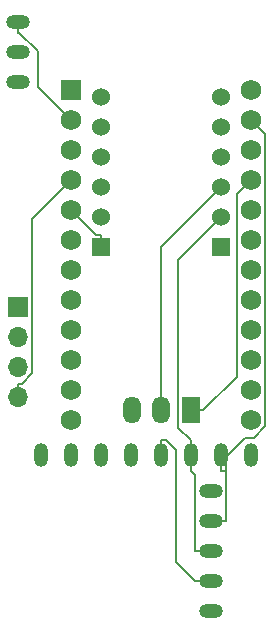
<source format=gbr>
%TF.GenerationSoftware,KiCad,Pcbnew,8.0.6*%
%TF.CreationDate,2025-05-20T21:52:46-05:00*%
%TF.ProjectId,HatRatV2,48617452-6174-4563-922e-6b696361645f,rev?*%
%TF.SameCoordinates,Original*%
%TF.FileFunction,Copper,L1,Top*%
%TF.FilePolarity,Positive*%
%FSLAX46Y46*%
G04 Gerber Fmt 4.6, Leading zero omitted, Abs format (unit mm)*
G04 Created by KiCad (PCBNEW 8.0.6) date 2025-05-20 21:52:46*
%MOMM*%
%LPD*%
G01*
G04 APERTURE LIST*
%TA.AperFunction,ComponentPad*%
%ADD10O,2.000000X1.200000*%
%TD*%
%TA.AperFunction,ComponentPad*%
%ADD11O,1.200000X2.000000*%
%TD*%
%TA.AperFunction,ComponentPad*%
%ADD12R,1.752600X1.752600*%
%TD*%
%TA.AperFunction,ComponentPad*%
%ADD13C,1.752600*%
%TD*%
%TA.AperFunction,ComponentPad*%
%ADD14C,1.524000*%
%TD*%
%TA.AperFunction,ComponentPad*%
%ADD15R,1.524000X1.524000*%
%TD*%
%TA.AperFunction,ComponentPad*%
%ADD16R,1.500000X2.300000*%
%TD*%
%TA.AperFunction,ComponentPad*%
%ADD17O,1.500000X2.300000*%
%TD*%
%TA.AperFunction,ComponentPad*%
%ADD18R,1.700000X1.700000*%
%TD*%
%TA.AperFunction,ComponentPad*%
%ADD19O,1.700000X1.700000*%
%TD*%
%TA.AperFunction,Conductor*%
%ADD20C,0.200000*%
%TD*%
G04 APERTURE END LIST*
D10*
%TO.P,SW1,1,A*%
%TO.N,Net-(SW1-A)*%
X200660000Y-36830000D03*
%TO.P,SW1,2,B*%
%TO.N,Net-(MPU1-GND)*%
X200660000Y-34290000D03*
%TO.P,SW1,3,C*%
%TO.N,Net-(SW1-C)*%
X200660000Y-31750000D03*
%TD*%
D11*
%TO.P,MPU1,1,VCC*%
%TO.N,Net-(MPU1-VCC)*%
X220345000Y-68430000D03*
%TO.P,MPU1,2,GND*%
%TO.N,Net-(MPU1-GND)*%
X217805000Y-68430000D03*
%TO.P,MPU1,3,SCL*%
%TO.N,Net-(MPU1-SCL)*%
X215265000Y-68430000D03*
%TO.P,MPU1,4,SDA*%
%TO.N,Net-(MPU1-SDA)*%
X212725000Y-68430000D03*
%TO.P,MPU1,5,XDA*%
%TO.N,unconnected-(MPU1-XDA-Pad5)*%
X210185000Y-68430000D03*
%TO.P,MPU1,6,XCL*%
%TO.N,unconnected-(MPU1-XCL-Pad6)*%
X207645000Y-68430000D03*
%TO.P,MPU1,7,AD0*%
%TO.N,unconnected-(MPU1-AD0-Pad7)*%
X205105000Y-68430000D03*
%TO.P,MPU1,8,INT*%
%TO.N,unconnected-(MPU1-INT-Pad8)*%
X202565000Y-68430000D03*
%TD*%
D10*
%TO.P,QMC5883L1,1,VCC*%
%TO.N,Net-(MPU1-VCC)*%
X216955000Y-71425000D03*
%TO.P,QMC5883L1,2,GND*%
%TO.N,Net-(MPU1-GND)*%
X216955000Y-73965000D03*
%TO.P,QMC5883L1,3,SCL*%
%TO.N,Net-(MPU1-SCL)*%
X216955000Y-76505000D03*
%TO.P,QMC5883L1,4,SDA*%
%TO.N,Net-(MPU1-SDA)*%
X216955000Y-79045000D03*
%TO.P,QMC5883L1,5,DRDY*%
%TO.N,unconnected-(QMC5883L1-DRDY-Pad5)*%
X216955000Y-81585000D03*
%TD*%
D12*
%TO.P,U1,1,TX*%
%TO.N,Net-(SW1-A)*%
X205105000Y-37465000D03*
D13*
%TO.P,U1,2,RX*%
%TO.N,Net-(SW1-C)*%
X205105000Y-40005000D03*
%TO.P,U1,3,GND*%
%TO.N,Net-(U1-GND-Pad3)*%
X205105000Y-42545000D03*
%TO.P,U1,4,GND*%
%TO.N,Net-(J1-Pin_4)*%
X205105000Y-45085000D03*
%TO.P,U1,5,SDA*%
%TO.N,Net-(U1-SDA)*%
X205105000Y-47625000D03*
%TO.P,U1,6,SCL*%
%TO.N,Net-(U1-SCL)*%
X205105000Y-50165000D03*
%TO.P,U1,7,D4*%
%TO.N,Net-(J1-Pin_3)*%
X205105000Y-52705000D03*
%TO.P,U1,8,D5*%
%TO.N,unconnected-(U1-D5-Pad8)*%
X205105000Y-55245000D03*
%TO.P,U1,9,D6*%
%TO.N,unconnected-(U1-D6-Pad9)*%
X205105000Y-57785000D03*
%TO.P,U1,10,D7*%
%TO.N,unconnected-(U1-D7-Pad10)*%
X205105000Y-60325000D03*
%TO.P,U1,11,D8*%
%TO.N,unconnected-(U1-D8-Pad11)*%
X205105000Y-62865000D03*
%TO.P,U1,12,D9*%
%TO.N,Net-(J1-Pin_2)*%
X205105000Y-65405000D03*
%TO.P,U1,13,10*%
%TO.N,unconnected-(U1-10-Pad13)*%
X220345000Y-65405000D03*
%TO.P,U1,14,16*%
%TO.N,unconnected-(U1-16-Pad14)*%
X220345000Y-62865000D03*
%TO.P,U1,15,14*%
%TO.N,unconnected-(U1-14-Pad15)*%
X220345000Y-60325000D03*
%TO.P,U1,16,15*%
%TO.N,unconnected-(U1-15-Pad16)*%
X220345000Y-57785000D03*
%TO.P,U1,17,A0*%
%TO.N,unconnected-(U1-A0-Pad17)*%
X220345000Y-55245000D03*
%TO.P,U1,18,A1*%
%TO.N,unconnected-(U1-A1-Pad18)*%
X220345000Y-52705000D03*
%TO.P,U1,19,A2*%
%TO.N,unconnected-(U1-A2-Pad19)*%
X220345000Y-50165000D03*
%TO.P,U1,20,A3*%
%TO.N,unconnected-(U1-A3-Pad20)*%
X220345000Y-47625000D03*
%TO.P,U1,21,VCC*%
%TO.N,Net-(J1-Pin_1)*%
X220345000Y-45085000D03*
%TO.P,U1,22,RST*%
%TO.N,unconnected-(U1-RST-Pad22)*%
X220345000Y-42545000D03*
%TO.P,U1,23,GND*%
%TO.N,Net-(MPU1-GND)*%
X220345000Y-40005000D03*
%TO.P,U1,24,RAW*%
%TO.N,unconnected-(U1-RAW-Pad24)*%
X220345000Y-37465000D03*
%TD*%
D14*
%TO.P,U3,GND_1,GND*%
%TO.N,Net-(U1-GND-Pad3)*%
X207645000Y-43180000D03*
%TO.P,U3,GND_2,GND*%
X217805000Y-43180000D03*
%TO.P,U3,HV,HV*%
%TO.N,Net-(J1-Pin_1)*%
X207645000Y-45720000D03*
D15*
%TO.P,U3,HV1,HV1*%
%TO.N,Net-(U1-SDA)*%
X207645000Y-50800000D03*
D14*
%TO.P,U3,HV2,HV2*%
%TO.N,Net-(U1-SCL)*%
X207645000Y-48260000D03*
%TO.P,U3,HV3,HV3*%
%TO.N,unconnected-(U3-PadHV3)*%
X207645000Y-40640000D03*
%TO.P,U3,HV4,HV4*%
%TO.N,unconnected-(U3-PadHV4)*%
X207645000Y-38100000D03*
%TO.P,U3,LV,LV*%
%TO.N,Net-(MPU1-VCC)*%
X217805000Y-45720000D03*
D15*
%TO.P,U3,LV1,LV1*%
%TO.N,Net-(MPU1-SDA)*%
X217805000Y-50800000D03*
D14*
%TO.P,U3,LV2,LV2*%
%TO.N,Net-(MPU1-SCL)*%
X217805000Y-48260000D03*
%TO.P,U3,LV3,LV3*%
%TO.N,unconnected-(U3-PadLV3)*%
X217805000Y-40640000D03*
%TO.P,U3,LV4,LV4*%
%TO.N,unconnected-(U3-PadLV4)*%
X217805000Y-38100000D03*
%TD*%
D16*
%TO.P,U2,1,IN*%
%TO.N,Net-(J1-Pin_1)*%
X215275000Y-64590000D03*
D17*
%TO.P,U2,2,OUT*%
%TO.N,Net-(MPU1-VCC)*%
X212775000Y-64590000D03*
%TO.P,U2,3,GND*%
%TO.N,Net-(MPU1-GND)*%
X210275000Y-64540000D03*
%TD*%
D18*
%TO.P,J1,1,Pin_1*%
%TO.N,Net-(J1-Pin_1)*%
X200660000Y-55880000D03*
D19*
%TO.P,J1,2,Pin_2*%
%TO.N,Net-(J1-Pin_2)*%
X200660000Y-58420000D03*
%TO.P,J1,3,Pin_3*%
%TO.N,Net-(J1-Pin_3)*%
X200660000Y-60960000D03*
%TO.P,J1,4,Pin_4*%
%TO.N,Net-(J1-Pin_4)*%
X200660000Y-63500000D03*
%TD*%
D20*
%TO.N,Net-(J1-Pin_4)*%
X201811700Y-48378300D02*
X205105000Y-45085000D01*
X201811700Y-61484600D02*
X201811700Y-48378300D01*
X200948000Y-62348300D02*
X201811700Y-61484600D01*
X200660000Y-62348300D02*
X200948000Y-62348300D01*
X200660000Y-63500000D02*
X200660000Y-62348300D01*
%TO.N,Net-(U1-SDA)*%
X207216300Y-49736300D02*
X205105000Y-47625000D01*
X207645000Y-49736300D02*
X207216300Y-49736300D01*
X207645000Y-50800000D02*
X207645000Y-49736300D01*
%TO.N,Net-(J1-Pin_1)*%
X219152800Y-46277200D02*
X220345000Y-45085000D01*
X219152800Y-61763900D02*
X219152800Y-46277200D01*
X216326700Y-64590000D02*
X219152800Y-61763900D01*
X215275000Y-64590000D02*
X216326700Y-64590000D01*
%TO.N,Net-(SW1-C)*%
X200756700Y-32651700D02*
X200660000Y-32651700D01*
X202299800Y-34194800D02*
X200756700Y-32651700D01*
X202299800Y-37199800D02*
X202299800Y-34194800D01*
X205105000Y-40005000D02*
X202299800Y-37199800D01*
X200660000Y-31750000D02*
X200660000Y-32651700D01*
%TO.N,Net-(MPU1-SCL)*%
X215653300Y-70120000D02*
X215265000Y-69731700D01*
X215653300Y-76505000D02*
X215653300Y-70120000D01*
X216955000Y-76505000D02*
X215653300Y-76505000D01*
X215265000Y-69005000D02*
X215265000Y-69731700D01*
X215265000Y-69005000D02*
X215265000Y-68430000D01*
X214208300Y-66071600D02*
X215265000Y-67128300D01*
X214208300Y-51856700D02*
X214208300Y-66071600D01*
X217805000Y-48260000D02*
X214208300Y-51856700D01*
X215265000Y-68430000D02*
X215265000Y-67128300D01*
%TO.N,Net-(MPU1-SDA)*%
X212725000Y-68430000D02*
X212725000Y-67128300D01*
X216955000Y-79045000D02*
X215653300Y-79045000D01*
X214017500Y-77409200D02*
X215653300Y-79045000D01*
X214017500Y-67999800D02*
X214017500Y-77409200D01*
X213146000Y-67128300D02*
X214017500Y-67999800D01*
X212725000Y-67128300D02*
X213146000Y-67128300D01*
%TO.N,Net-(MPU1-VCC)*%
X212775000Y-50750000D02*
X212775000Y-64590000D01*
X217805000Y-45720000D02*
X212775000Y-50750000D01*
%TO.N,Net-(MPU1-GND)*%
X216955000Y-73965000D02*
X218256700Y-73965000D01*
X217805000Y-68430000D02*
X217805000Y-69731700D01*
X218256700Y-69731700D02*
X217805000Y-69731700D01*
X218256700Y-73965000D02*
X218256700Y-69731700D01*
X221568400Y-41228400D02*
X220345000Y-40005000D01*
X221568400Y-65932500D02*
X221568400Y-41228400D01*
X220588000Y-66912900D02*
X221568400Y-65932500D01*
X219861900Y-66912900D02*
X220588000Y-66912900D01*
X218256700Y-68518100D02*
X219861900Y-66912900D01*
X218256700Y-69731700D02*
X218256700Y-68518100D01*
%TD*%
M02*

</source>
